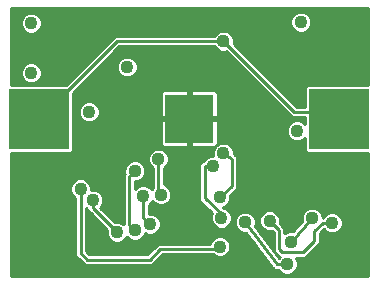
<source format=gbl>
G75*
G70*
%OFA0B0*%
%FSLAX24Y24*%
%IPPOS*%
%LPD*%
%AMOC8*
5,1,8,0,0,1.08239X$1,22.5*
%
%ADD10R,0.1600X0.1600*%
%ADD11R,0.2000X0.2000*%
%ADD12C,0.0440*%
%ADD13C,0.0100*%
%ADD14C,0.0436*%
D10*
X029080Y010289D03*
D11*
X024080Y010289D03*
X034080Y010289D03*
D12*
X030619Y010514D03*
X028060Y008939D03*
X027273Y008545D03*
X028139Y007758D03*
X030950Y006840D03*
X032470Y006183D03*
X032352Y005435D03*
X033179Y006970D03*
X027273Y006577D03*
X030226Y012876D03*
X029399Y013585D03*
D13*
X023128Y009159D02*
X023128Y005053D01*
X035032Y005053D01*
X035032Y009159D01*
X033026Y009159D01*
X032950Y009235D01*
X032950Y009659D01*
X032880Y009589D01*
X032752Y009536D01*
X032613Y009536D01*
X032485Y009589D01*
X032387Y009687D01*
X032334Y009814D01*
X032334Y009953D01*
X032387Y010081D01*
X032485Y010179D01*
X032613Y010232D01*
X032752Y010232D01*
X032880Y010179D01*
X032950Y010108D01*
X032950Y010334D01*
X032513Y010334D01*
X032408Y010439D01*
X030314Y012533D01*
X030295Y012526D01*
X030156Y012526D01*
X030028Y012579D01*
X029929Y012678D01*
X029921Y012696D01*
X026757Y012696D01*
X025210Y011149D01*
X025210Y009235D01*
X025134Y009159D01*
X023128Y009159D01*
X023128Y009119D02*
X027756Y009119D01*
X027764Y009137D02*
X027710Y009008D01*
X027710Y008869D01*
X027764Y008741D01*
X027862Y008642D01*
X027880Y008635D01*
X027880Y007994D01*
X027842Y007956D01*
X027831Y007928D01*
X027746Y008013D01*
X027618Y008066D01*
X027479Y008066D01*
X027351Y008013D01*
X027272Y007934D01*
X027272Y008195D01*
X027343Y008195D01*
X027471Y008248D01*
X027570Y008347D01*
X027623Y008476D01*
X027623Y008615D01*
X027570Y008743D01*
X027471Y008842D01*
X027343Y008895D01*
X027203Y008895D01*
X027075Y008842D01*
X026976Y008743D01*
X026923Y008615D01*
X026923Y008476D01*
X026931Y008457D01*
X026912Y008439D01*
X026912Y006761D01*
X026880Y006793D01*
X026752Y006846D01*
X026613Y006846D01*
X026596Y006839D01*
X026115Y007320D01*
X026167Y007372D01*
X026220Y007500D01*
X026220Y007638D01*
X026167Y007766D01*
X026069Y007864D01*
X025941Y007917D01*
X025810Y007917D01*
X025810Y008024D01*
X025757Y008152D01*
X025659Y008250D01*
X025531Y008303D01*
X025393Y008303D01*
X025265Y008250D01*
X025167Y008152D01*
X025114Y008024D01*
X025114Y007885D01*
X025167Y007757D01*
X025265Y007659D01*
X025282Y007652D01*
X025282Y005715D01*
X025387Y005609D01*
X025403Y005609D01*
X025495Y005518D01*
X025600Y005412D01*
X027836Y005412D01*
X028151Y005727D01*
X028190Y005767D01*
X029874Y005767D01*
X029910Y005730D01*
X030038Y005677D01*
X030177Y005677D01*
X030305Y005730D01*
X030403Y005828D01*
X030456Y005956D01*
X030456Y006095D01*
X030403Y006223D01*
X030305Y006321D01*
X030177Y006374D01*
X030038Y006374D01*
X029910Y006321D01*
X029813Y006223D01*
X029773Y006127D01*
X028041Y006127D01*
X027936Y006021D01*
X027896Y005982D01*
X027687Y005772D01*
X025749Y005772D01*
X025642Y005880D01*
X025642Y007306D01*
X025674Y007274D01*
X025691Y007267D01*
X025691Y007234D01*
X025797Y007129D01*
X026341Y006584D01*
X026334Y006567D01*
X026334Y006429D01*
X026387Y006301D01*
X026485Y006203D01*
X026613Y006150D01*
X026752Y006150D01*
X026880Y006203D01*
X026978Y006301D01*
X027000Y006355D01*
X027075Y006280D01*
X027203Y006227D01*
X027343Y006227D01*
X027471Y006280D01*
X027570Y006378D01*
X027608Y006470D01*
X027716Y006425D01*
X027854Y006425D01*
X027982Y006478D01*
X028080Y006576D01*
X028133Y006704D01*
X028133Y006843D01*
X028080Y006971D01*
X027982Y007069D01*
X027854Y007122D01*
X027729Y007122D01*
X027729Y007416D01*
X027746Y007423D01*
X027844Y007521D01*
X027855Y007547D01*
X027941Y007461D01*
X028070Y007408D01*
X028209Y007408D01*
X028337Y007461D01*
X028436Y007559D01*
X028489Y007688D01*
X028489Y007827D01*
X028436Y007956D01*
X028337Y008054D01*
X028240Y008095D01*
X028240Y008635D01*
X028259Y008642D01*
X028357Y008741D01*
X028410Y008869D01*
X028410Y009008D01*
X028357Y009137D01*
X028259Y009236D01*
X028130Y009289D01*
X027991Y009289D01*
X027862Y009236D01*
X027764Y009137D01*
X027844Y009218D02*
X025192Y009218D01*
X025210Y009316D02*
X029924Y009316D01*
X029931Y009333D02*
X029878Y009205D01*
X029878Y009066D01*
X029884Y009051D01*
X029802Y009051D01*
X029674Y008998D01*
X029576Y008900D01*
X029568Y008879D01*
X029521Y008879D01*
X029416Y008773D01*
X029416Y007709D01*
X029412Y007705D01*
X029416Y007635D01*
X029416Y007565D01*
X029420Y007561D01*
X029420Y007556D01*
X029472Y007509D01*
X029521Y007460D01*
X029527Y007460D01*
X029860Y007159D01*
X029811Y007040D01*
X029811Y006901D01*
X029864Y006773D01*
X029962Y006675D01*
X030090Y006622D01*
X030228Y006622D01*
X030356Y006675D01*
X030454Y006773D01*
X030507Y006901D01*
X030507Y007040D01*
X030454Y007168D01*
X030356Y007265D01*
X030228Y007318D01*
X030221Y007318D01*
X030197Y007339D01*
X030305Y007384D01*
X030403Y007482D01*
X030456Y007610D01*
X030456Y007748D01*
X030455Y007750D01*
X030570Y007853D01*
X030576Y007853D01*
X030625Y007903D01*
X030677Y007949D01*
X030677Y007955D01*
X030681Y007959D01*
X030681Y008029D01*
X030685Y008098D01*
X030681Y008102D01*
X030681Y008881D01*
X030691Y008895D01*
X030681Y008954D01*
X030681Y009013D01*
X030669Y009025D01*
X030667Y009042D01*
X030618Y009077D01*
X030576Y009119D01*
X030574Y009119D01*
X030574Y009205D01*
X030521Y009333D01*
X030423Y009431D01*
X030295Y009484D01*
X030157Y009484D01*
X030029Y009431D01*
X030007Y009409D01*
X030020Y009431D01*
X030030Y009469D01*
X030030Y010239D01*
X029130Y010239D01*
X029130Y009339D01*
X029900Y009339D01*
X029938Y009349D01*
X029960Y009362D01*
X029931Y009333D01*
X030010Y009415D02*
X030013Y009415D01*
X030030Y009513D02*
X032950Y009513D01*
X032950Y009415D02*
X030439Y009415D01*
X030528Y009316D02*
X032950Y009316D01*
X032968Y009218D02*
X030569Y009218D01*
X030574Y009119D02*
X035032Y009119D01*
X035032Y009021D02*
X030674Y009021D01*
X030687Y008922D02*
X035032Y008922D01*
X035032Y008824D02*
X030681Y008824D01*
X030681Y008725D02*
X035032Y008725D01*
X035032Y008627D02*
X030681Y008627D01*
X030681Y008528D02*
X035032Y008528D01*
X035032Y008430D02*
X030681Y008430D01*
X030681Y008331D02*
X035032Y008331D01*
X035032Y008233D02*
X030681Y008233D01*
X030681Y008134D02*
X035032Y008134D01*
X035032Y008036D02*
X030682Y008036D01*
X030664Y007937D02*
X035032Y007937D01*
X035032Y007839D02*
X030554Y007839D01*
X030456Y007740D02*
X035032Y007740D01*
X035032Y007642D02*
X030456Y007642D01*
X030428Y007543D02*
X035032Y007543D01*
X035032Y007445D02*
X030366Y007445D01*
X030214Y007346D02*
X035032Y007346D01*
X035032Y007248D02*
X033396Y007248D01*
X033377Y007267D02*
X033248Y007320D01*
X033109Y007320D01*
X032980Y007267D01*
X032882Y007169D01*
X032829Y007040D01*
X032829Y006901D01*
X032843Y006866D01*
X032542Y006532D01*
X032539Y006533D01*
X032400Y006533D01*
X032272Y006480D01*
X032256Y006464D01*
X032256Y006651D01*
X032151Y006757D01*
X032102Y006805D01*
X032109Y006822D01*
X032109Y006961D01*
X032056Y007089D01*
X031958Y007187D01*
X031830Y007240D01*
X031692Y007240D01*
X031564Y007187D01*
X031466Y007089D01*
X031413Y006961D01*
X031413Y006822D01*
X031466Y006694D01*
X031564Y006596D01*
X031692Y006543D01*
X031830Y006543D01*
X031848Y006551D01*
X031896Y006502D01*
X031896Y005872D01*
X032014Y005754D01*
X032095Y005673D01*
X032066Y005644D01*
X031274Y006707D01*
X031300Y006771D01*
X031300Y006910D01*
X031247Y007039D01*
X031148Y007137D01*
X031020Y007190D01*
X030881Y007190D01*
X030752Y007137D01*
X030653Y007039D01*
X030600Y006910D01*
X030600Y006771D01*
X030653Y006642D01*
X030752Y006544D01*
X030881Y006490D01*
X030986Y006490D01*
X031817Y005375D01*
X031817Y005360D01*
X031861Y005317D01*
X031898Y005268D01*
X031912Y005265D01*
X031923Y005255D01*
X031984Y005255D01*
X032045Y005246D01*
X032050Y005249D01*
X032055Y005237D01*
X032153Y005138D01*
X032282Y005085D01*
X032421Y005085D01*
X032550Y005138D01*
X032648Y005237D01*
X032702Y005365D01*
X032702Y005505D01*
X032648Y005633D01*
X032633Y005649D01*
X032938Y005649D01*
X033332Y006042D01*
X033437Y006148D01*
X033437Y006463D01*
X033571Y006597D01*
X033651Y006518D01*
X033779Y006465D01*
X033917Y006465D01*
X034045Y006518D01*
X034143Y006616D01*
X034196Y006744D01*
X034196Y006882D01*
X034143Y007010D01*
X034045Y007108D01*
X033917Y007161D01*
X033779Y007161D01*
X033651Y007108D01*
X033553Y007010D01*
X033546Y006993D01*
X033529Y006993D01*
X033529Y007040D01*
X033475Y007169D01*
X033377Y007267D01*
X033483Y007149D02*
X033750Y007149D01*
X033593Y007051D02*
X033524Y007051D01*
X033179Y006970D02*
X032470Y006183D01*
X031896Y006164D02*
X031678Y006164D01*
X031605Y006263D02*
X031896Y006263D01*
X031896Y006361D02*
X031532Y006361D01*
X031458Y006460D02*
X031896Y006460D01*
X032076Y006577D02*
X032076Y005947D01*
X032194Y005829D01*
X032864Y005829D01*
X033257Y006222D01*
X033257Y006537D01*
X033533Y006813D01*
X033848Y006813D01*
X034167Y006952D02*
X035032Y006952D01*
X035032Y006854D02*
X034196Y006854D01*
X034196Y006755D02*
X035032Y006755D01*
X035032Y006657D02*
X034160Y006657D01*
X034085Y006558D02*
X035032Y006558D01*
X035032Y006460D02*
X033437Y006460D01*
X033437Y006361D02*
X035032Y006361D01*
X035032Y006263D02*
X033437Y006263D01*
X033437Y006164D02*
X035032Y006164D01*
X035032Y006066D02*
X033355Y006066D01*
X033257Y005967D02*
X035032Y005967D01*
X035032Y005869D02*
X033158Y005869D01*
X033060Y005770D02*
X035032Y005770D01*
X035032Y005672D02*
X032961Y005672D01*
X032673Y005573D02*
X035032Y005573D01*
X035032Y005475D02*
X032702Y005475D01*
X032702Y005376D02*
X035032Y005376D01*
X035032Y005278D02*
X032665Y005278D01*
X032591Y005179D02*
X035032Y005179D01*
X035032Y005081D02*
X023128Y005081D01*
X023128Y005179D02*
X032112Y005179D01*
X031890Y005278D02*
X023128Y005278D01*
X023128Y005376D02*
X031817Y005376D01*
X031743Y005475D02*
X027898Y005475D01*
X027997Y005573D02*
X031670Y005573D01*
X031596Y005672D02*
X028095Y005672D01*
X028076Y005907D02*
X027761Y005592D01*
X025675Y005592D01*
X025462Y005805D01*
X025462Y005789D01*
X025462Y007955D01*
X025810Y007937D02*
X026912Y007937D01*
X026912Y007839D02*
X026094Y007839D01*
X026177Y007740D02*
X026912Y007740D01*
X026912Y007642D02*
X026218Y007642D01*
X026220Y007543D02*
X026912Y007543D01*
X026912Y007445D02*
X026197Y007445D01*
X026141Y007346D02*
X026912Y007346D01*
X026912Y007248D02*
X026187Y007248D01*
X026286Y007149D02*
X026912Y007149D01*
X026912Y007051D02*
X026384Y007051D01*
X026483Y006952D02*
X026912Y006952D01*
X026912Y006854D02*
X026581Y006854D01*
X026269Y006657D02*
X025642Y006657D01*
X025642Y006755D02*
X026171Y006755D01*
X026072Y006854D02*
X025642Y006854D01*
X025642Y006952D02*
X025974Y006952D01*
X025875Y007051D02*
X025642Y007051D01*
X025642Y007149D02*
X025777Y007149D01*
X025691Y007248D02*
X025642Y007248D01*
X025871Y007309D02*
X025871Y007569D01*
X025871Y007309D02*
X026682Y006498D01*
X026362Y006361D02*
X025642Y006361D01*
X025642Y006263D02*
X026425Y006263D01*
X026578Y006164D02*
X025642Y006164D01*
X025642Y006066D02*
X027980Y006066D01*
X027881Y005967D02*
X025642Y005967D01*
X025653Y005869D02*
X027783Y005869D01*
X028076Y005907D02*
X028116Y005947D01*
X030029Y005947D01*
X030108Y006025D01*
X030427Y006164D02*
X031230Y006164D01*
X031303Y006066D02*
X030456Y006066D01*
X030456Y005967D02*
X031376Y005967D01*
X031450Y005869D02*
X030420Y005869D01*
X030345Y005770D02*
X031523Y005770D01*
X031825Y005967D02*
X031896Y005967D01*
X031899Y005869D02*
X031900Y005869D01*
X031972Y005770D02*
X031998Y005770D01*
X032045Y005672D02*
X032094Y005672D01*
X031997Y005435D02*
X032352Y005435D01*
X031997Y005435D02*
X030950Y006840D01*
X030600Y006854D02*
X030487Y006854D01*
X030507Y006952D02*
X030618Y006952D01*
X030666Y007051D02*
X030502Y007051D01*
X030462Y007149D02*
X030781Y007149D01*
X031119Y007149D02*
X031527Y007149D01*
X031450Y007051D02*
X031235Y007051D01*
X031283Y006952D02*
X031413Y006952D01*
X031413Y006854D02*
X031300Y006854D01*
X031294Y006755D02*
X031441Y006755D01*
X031504Y006657D02*
X031312Y006657D01*
X031385Y006558D02*
X031656Y006558D01*
X031761Y006892D02*
X032076Y006577D01*
X032256Y006558D02*
X032565Y006558D01*
X032654Y006657D02*
X032251Y006657D01*
X032152Y006755D02*
X032743Y006755D01*
X032831Y006854D02*
X032109Y006854D01*
X032109Y006952D02*
X032829Y006952D01*
X032833Y007051D02*
X032072Y007051D01*
X031996Y007149D02*
X032874Y007149D01*
X032961Y007248D02*
X030374Y007248D01*
X030159Y007132D02*
X030159Y006970D01*
X030159Y007132D02*
X029596Y007640D01*
X029596Y008699D01*
X029871Y008699D01*
X029871Y008703D01*
X029466Y008824D02*
X028392Y008824D01*
X028410Y008922D02*
X029599Y008922D01*
X029730Y009021D02*
X028405Y009021D01*
X028365Y009119D02*
X029878Y009119D01*
X029883Y009218D02*
X028276Y009218D01*
X028260Y009339D02*
X029030Y009339D01*
X029030Y010239D01*
X029130Y010239D01*
X029130Y010339D01*
X030030Y010339D01*
X030030Y011109D01*
X030020Y011147D01*
X030000Y011181D01*
X029972Y011209D01*
X029938Y011229D01*
X029900Y011239D01*
X029130Y011239D01*
X029130Y010339D01*
X029030Y010339D01*
X029030Y010239D01*
X028130Y010239D01*
X028130Y009469D01*
X028140Y009431D01*
X028160Y009397D01*
X028188Y009369D01*
X028222Y009349D01*
X028260Y009339D01*
X028150Y009415D02*
X025210Y009415D01*
X025210Y009513D02*
X028130Y009513D01*
X028130Y009612D02*
X025210Y009612D01*
X025210Y009710D02*
X028130Y009710D01*
X028130Y009809D02*
X025210Y009809D01*
X025210Y009907D02*
X028130Y009907D01*
X028130Y010006D02*
X025210Y010006D01*
X025210Y010104D02*
X028130Y010104D01*
X028130Y010203D02*
X025912Y010203D01*
X025951Y010219D02*
X025823Y010166D01*
X025684Y010166D01*
X025556Y010219D01*
X025458Y010316D01*
X025405Y010444D01*
X025405Y010583D01*
X025458Y010711D01*
X025556Y010809D01*
X025684Y010862D01*
X025823Y010862D01*
X025951Y010809D01*
X026048Y010711D01*
X026101Y010583D01*
X026101Y010444D01*
X026048Y010316D01*
X025951Y010219D01*
X026033Y010301D02*
X029030Y010301D01*
X029030Y010339D02*
X028130Y010339D01*
X028130Y011109D01*
X028140Y011147D01*
X028160Y011181D01*
X028188Y011209D01*
X028222Y011229D01*
X028260Y011239D01*
X029030Y011239D01*
X029030Y010339D01*
X029030Y010400D02*
X029130Y010400D01*
X029130Y010498D02*
X029030Y010498D01*
X029030Y010597D02*
X029130Y010597D01*
X029130Y010695D02*
X029030Y010695D01*
X029030Y010794D02*
X029130Y010794D01*
X029130Y010892D02*
X029030Y010892D01*
X029030Y010991D02*
X029130Y010991D01*
X029130Y011089D02*
X029030Y011089D01*
X029030Y011188D02*
X029130Y011188D01*
X029994Y011188D02*
X031659Y011188D01*
X031561Y011286D02*
X025347Y011286D01*
X025249Y011188D02*
X028166Y011188D01*
X028130Y011089D02*
X025210Y011089D01*
X025210Y010991D02*
X028130Y010991D01*
X028130Y010892D02*
X025210Y010892D01*
X025210Y010794D02*
X025541Y010794D01*
X025452Y010695D02*
X025210Y010695D01*
X025210Y010597D02*
X025411Y010597D01*
X025405Y010498D02*
X025210Y010498D01*
X025210Y010400D02*
X025424Y010400D01*
X025473Y010301D02*
X025210Y010301D01*
X025210Y010203D02*
X025594Y010203D01*
X026083Y010400D02*
X028130Y010400D01*
X028130Y010498D02*
X026101Y010498D01*
X026096Y010597D02*
X028130Y010597D01*
X028130Y010695D02*
X026055Y010695D01*
X025966Y010794D02*
X028130Y010794D01*
X029130Y010301D02*
X032950Y010301D01*
X032950Y010203D02*
X032822Y010203D01*
X032543Y010203D02*
X030030Y010203D01*
X030030Y010104D02*
X032411Y010104D01*
X032356Y010006D02*
X030030Y010006D01*
X030030Y009907D02*
X032334Y009907D01*
X032337Y009809D02*
X030030Y009809D01*
X030030Y009710D02*
X032378Y009710D01*
X032462Y009612D02*
X030030Y009612D01*
X029130Y009612D02*
X029030Y009612D01*
X029030Y009710D02*
X029130Y009710D01*
X029130Y009809D02*
X029030Y009809D01*
X029030Y009907D02*
X029130Y009907D01*
X029130Y010006D02*
X029030Y010006D01*
X029030Y010104D02*
X029130Y010104D01*
X029130Y010203D02*
X029030Y010203D01*
X030030Y010400D02*
X032447Y010400D01*
X032349Y010498D02*
X030030Y010498D01*
X030030Y010597D02*
X032250Y010597D01*
X032152Y010695D02*
X030030Y010695D01*
X030030Y010794D02*
X032053Y010794D01*
X031955Y010892D02*
X030030Y010892D01*
X030030Y010991D02*
X031856Y010991D01*
X031758Y011089D02*
X030030Y011089D01*
X031364Y011483D02*
X025544Y011483D01*
X025446Y011385D02*
X031462Y011385D01*
X031265Y011582D02*
X025643Y011582D01*
X025741Y011680D02*
X026899Y011680D01*
X026944Y011662D02*
X026816Y011715D01*
X026718Y011813D01*
X026665Y011940D01*
X026665Y012079D01*
X026718Y012207D01*
X026816Y012305D01*
X026944Y012358D01*
X027082Y012358D01*
X027210Y012305D01*
X027308Y012207D01*
X027361Y012079D01*
X027361Y011940D01*
X027308Y011813D01*
X027210Y011715D01*
X027082Y011662D01*
X026944Y011662D01*
X027127Y011680D02*
X031167Y011680D01*
X031068Y011779D02*
X027275Y011779D01*
X027335Y011877D02*
X030970Y011877D01*
X030871Y011976D02*
X027361Y011976D01*
X027361Y012074D02*
X030773Y012074D01*
X030674Y012173D02*
X027322Y012173D01*
X027244Y012271D02*
X030576Y012271D01*
X030477Y012370D02*
X026431Y012370D01*
X026529Y012468D02*
X030379Y012468D01*
X030057Y012567D02*
X026628Y012567D01*
X026726Y012665D02*
X029941Y012665D01*
X030226Y012876D02*
X026682Y012876D01*
X024320Y010514D01*
X024080Y010289D01*
X023893Y011465D02*
X024021Y011518D01*
X024119Y011616D01*
X024172Y011744D01*
X024172Y011882D01*
X024119Y012010D01*
X024021Y012108D01*
X023893Y012161D01*
X023755Y012161D01*
X023627Y012108D01*
X023529Y012010D01*
X023476Y011882D01*
X023476Y011744D01*
X023529Y011616D01*
X023627Y011518D01*
X023755Y011465D01*
X023893Y011465D01*
X023938Y011483D02*
X025035Y011483D01*
X024971Y011419D02*
X026502Y012950D01*
X026608Y013056D01*
X029921Y013056D01*
X029929Y013074D01*
X030028Y013173D01*
X030156Y013226D01*
X030295Y013226D01*
X030424Y013173D01*
X030522Y013074D01*
X030576Y012945D01*
X030576Y012806D01*
X030568Y012788D01*
X032663Y010694D01*
X032950Y010694D01*
X032950Y011343D01*
X033026Y011419D01*
X035032Y011419D01*
X035032Y013966D01*
X023128Y013966D01*
X023128Y011419D01*
X024971Y011419D01*
X025134Y011582D02*
X024085Y011582D01*
X024146Y011680D02*
X025232Y011680D01*
X025331Y011779D02*
X024172Y011779D01*
X024172Y011877D02*
X025429Y011877D01*
X025528Y011976D02*
X024134Y011976D01*
X024055Y012074D02*
X025626Y012074D01*
X025725Y012173D02*
X023128Y012173D01*
X023128Y012271D02*
X025823Y012271D01*
X025922Y012370D02*
X023128Y012370D01*
X023128Y012468D02*
X026020Y012468D01*
X026119Y012567D02*
X023128Y012567D01*
X023128Y012665D02*
X026217Y012665D01*
X026316Y012764D02*
X023128Y012764D01*
X023128Y012862D02*
X026414Y012862D01*
X026513Y012961D02*
X023128Y012961D01*
X023128Y013059D02*
X029923Y013059D01*
X030013Y013158D02*
X023989Y013158D01*
X024021Y013171D02*
X024119Y013269D01*
X024172Y013397D01*
X024172Y013536D01*
X024119Y013664D01*
X024021Y013762D01*
X023893Y013815D01*
X023755Y013815D01*
X023627Y013762D01*
X023529Y013664D01*
X023476Y013536D01*
X023476Y013397D01*
X023529Y013269D01*
X023627Y013171D01*
X023755Y013118D01*
X023893Y013118D01*
X024021Y013171D01*
X024106Y013256D02*
X032558Y013256D01*
X032603Y013211D02*
X032731Y013158D01*
X030439Y013158D01*
X030529Y013059D02*
X035032Y013059D01*
X035032Y012961D02*
X030569Y012961D01*
X030576Y012862D02*
X035032Y012862D01*
X035032Y012764D02*
X030592Y012764D01*
X030691Y012665D02*
X035032Y012665D01*
X035032Y012567D02*
X030789Y012567D01*
X030888Y012468D02*
X035032Y012468D01*
X035032Y012370D02*
X030986Y012370D01*
X031085Y012271D02*
X035032Y012271D01*
X035032Y012173D02*
X031183Y012173D01*
X031282Y012074D02*
X035032Y012074D01*
X035032Y011976D02*
X031380Y011976D01*
X031479Y011877D02*
X035032Y011877D01*
X035032Y011779D02*
X031577Y011779D01*
X031676Y011680D02*
X035032Y011680D01*
X035032Y011582D02*
X031774Y011582D01*
X031873Y011483D02*
X035032Y011483D01*
X032992Y011385D02*
X031971Y011385D01*
X032070Y011286D02*
X032950Y011286D01*
X032950Y011188D02*
X032168Y011188D01*
X032267Y011089D02*
X032950Y011089D01*
X032950Y010991D02*
X032365Y010991D01*
X032464Y010892D02*
X032950Y010892D01*
X032950Y010794D02*
X032562Y010794D01*
X032661Y010695D02*
X032950Y010695D01*
X032588Y010514D02*
X033769Y010514D01*
X034080Y010289D01*
X032588Y010514D02*
X030226Y012876D01*
X032452Y013437D02*
X032452Y013575D01*
X032505Y013703D01*
X032603Y013801D01*
X032731Y013854D01*
X032870Y013854D01*
X032998Y013801D01*
X033096Y013703D01*
X033149Y013575D01*
X033149Y013437D01*
X033096Y013309D01*
X032998Y013211D01*
X032870Y013158D01*
X035032Y013158D01*
X035032Y013256D02*
X033043Y013256D01*
X033115Y013355D02*
X035032Y013355D01*
X035032Y013453D02*
X033149Y013453D01*
X033149Y013552D02*
X035032Y013552D01*
X035032Y013650D02*
X033118Y013650D01*
X033050Y013749D02*
X035032Y013749D01*
X035032Y013847D02*
X032886Y013847D01*
X032715Y013847D02*
X023128Y013847D01*
X023128Y013749D02*
X023614Y013749D01*
X023524Y013650D02*
X023128Y013650D01*
X023128Y013552D02*
X023483Y013552D01*
X023476Y013453D02*
X023128Y013453D01*
X023128Y013355D02*
X023494Y013355D01*
X023542Y013256D02*
X023128Y013256D01*
X023128Y013158D02*
X023660Y013158D01*
X024155Y013355D02*
X032486Y013355D01*
X032505Y013309D02*
X032603Y013211D01*
X032505Y013309D02*
X032452Y013437D01*
X032452Y013453D02*
X024172Y013453D01*
X024166Y013552D02*
X032452Y013552D01*
X032484Y013650D02*
X024125Y013650D01*
X024034Y013749D02*
X032551Y013749D01*
X032731Y013158D02*
X032870Y013158D01*
X035032Y013946D02*
X023128Y013946D01*
X026332Y012271D02*
X026782Y012271D01*
X026704Y012173D02*
X026234Y012173D01*
X026135Y012074D02*
X026665Y012074D01*
X026665Y011976D02*
X026037Y011976D01*
X025938Y011877D02*
X026691Y011877D01*
X026752Y011779D02*
X025840Y011779D01*
X023710Y011483D02*
X023128Y011483D01*
X023128Y011582D02*
X023563Y011582D01*
X023502Y011680D02*
X023128Y011680D01*
X023128Y011779D02*
X023476Y011779D01*
X023476Y011877D02*
X023128Y011877D01*
X023128Y011976D02*
X023515Y011976D01*
X023593Y012074D02*
X023128Y012074D01*
X029030Y009513D02*
X029130Y009513D01*
X029130Y009415D02*
X029030Y009415D01*
X028060Y008939D02*
X028060Y007836D01*
X028139Y007758D01*
X028489Y007740D02*
X029416Y007740D01*
X029416Y007642D02*
X028470Y007642D01*
X028420Y007543D02*
X029434Y007543D01*
X029543Y007445D02*
X028298Y007445D01*
X027980Y007445D02*
X027767Y007445D01*
X027729Y007346D02*
X029652Y007346D01*
X029762Y007248D02*
X027729Y007248D01*
X027729Y007149D02*
X029856Y007149D01*
X029815Y007051D02*
X028000Y007051D01*
X028088Y006952D02*
X029811Y006952D01*
X029830Y006854D02*
X028128Y006854D01*
X028133Y006755D02*
X029882Y006755D01*
X030006Y006657D02*
X028113Y006657D01*
X028062Y006558D02*
X030737Y006558D01*
X030647Y006657D02*
X030311Y006657D01*
X030436Y006755D02*
X030607Y006755D01*
X031009Y006460D02*
X027937Y006460D01*
X027633Y006460D02*
X027603Y006460D01*
X027553Y006361D02*
X030009Y006361D01*
X029853Y006263D02*
X027430Y006263D01*
X027116Y006263D02*
X026940Y006263D01*
X026787Y006164D02*
X029788Y006164D01*
X030207Y006361D02*
X031083Y006361D01*
X031156Y006263D02*
X030363Y006263D01*
X031752Y006066D02*
X031896Y006066D01*
X033533Y006558D02*
X033610Y006558D01*
X033945Y007149D02*
X035032Y007149D01*
X035032Y007051D02*
X034102Y007051D01*
X030501Y008033D02*
X030108Y007679D01*
X029416Y007839D02*
X028484Y007839D01*
X028444Y007937D02*
X029416Y007937D01*
X029416Y008036D02*
X028356Y008036D01*
X028240Y008134D02*
X029416Y008134D01*
X029416Y008233D02*
X028240Y008233D01*
X028240Y008331D02*
X029416Y008331D01*
X029416Y008430D02*
X028240Y008430D01*
X028240Y008528D02*
X029416Y008528D01*
X029416Y008627D02*
X028240Y008627D01*
X028342Y008725D02*
X029416Y008725D01*
X030226Y009136D02*
X030501Y008939D01*
X030501Y008033D01*
X027880Y008036D02*
X027692Y008036D01*
X027822Y007937D02*
X027835Y007937D01*
X027880Y008134D02*
X027272Y008134D01*
X027272Y008036D02*
X027405Y008036D01*
X027275Y007937D02*
X027272Y007937D01*
X026912Y008036D02*
X025805Y008036D01*
X025764Y008134D02*
X026912Y008134D01*
X026912Y008233D02*
X025676Y008233D01*
X025248Y008233D02*
X023128Y008233D01*
X023128Y008331D02*
X026912Y008331D01*
X026912Y008430D02*
X023128Y008430D01*
X023128Y008528D02*
X026923Y008528D01*
X026928Y008627D02*
X023128Y008627D01*
X023128Y008725D02*
X026969Y008725D01*
X027057Y008824D02*
X023128Y008824D01*
X023128Y008922D02*
X027710Y008922D01*
X027716Y009021D02*
X023128Y009021D01*
X023128Y008134D02*
X025160Y008134D01*
X025119Y008036D02*
X023128Y008036D01*
X023128Y007937D02*
X025114Y007937D01*
X025133Y007839D02*
X023128Y007839D01*
X023128Y007740D02*
X025184Y007740D01*
X025282Y007642D02*
X023128Y007642D01*
X023128Y007543D02*
X025282Y007543D01*
X025282Y007445D02*
X023128Y007445D01*
X023128Y007346D02*
X025282Y007346D01*
X025282Y007248D02*
X023128Y007248D01*
X023128Y007149D02*
X025282Y007149D01*
X025282Y007051D02*
X023128Y007051D01*
X023128Y006952D02*
X025282Y006952D01*
X025282Y006854D02*
X023128Y006854D01*
X023128Y006755D02*
X025282Y006755D01*
X025282Y006657D02*
X023128Y006657D01*
X023128Y006558D02*
X025282Y006558D01*
X025282Y006460D02*
X023128Y006460D01*
X023128Y006361D02*
X025282Y006361D01*
X025282Y006263D02*
X023128Y006263D01*
X023128Y006164D02*
X025282Y006164D01*
X025282Y006066D02*
X023128Y006066D01*
X023128Y005967D02*
X025282Y005967D01*
X025282Y005869D02*
X023128Y005869D01*
X023128Y005770D02*
X025282Y005770D01*
X025325Y005672D02*
X023128Y005672D01*
X023128Y005573D02*
X025439Y005573D01*
X025538Y005475D02*
X023128Y005475D01*
X025642Y006460D02*
X026334Y006460D01*
X026334Y006558D02*
X025642Y006558D01*
X027092Y006758D02*
X027273Y006577D01*
X027092Y006758D02*
X027092Y006931D01*
X027092Y008364D01*
X027273Y008545D01*
X027623Y008528D02*
X027880Y008528D01*
X027880Y008430D02*
X027604Y008430D01*
X027554Y008331D02*
X027880Y008331D01*
X027880Y008233D02*
X027433Y008233D01*
X027618Y008627D02*
X027880Y008627D01*
X027779Y008725D02*
X027577Y008725D01*
X027489Y008824D02*
X027729Y008824D01*
X027549Y007718D02*
X027549Y006970D01*
X027785Y006773D01*
X027853Y007543D02*
X027859Y007543D01*
X032903Y009612D02*
X032950Y009612D01*
D14*
X032682Y009884D03*
X030596Y009648D03*
X030226Y009136D03*
X029871Y008703D03*
X028982Y008191D03*
X030108Y007679D03*
X030159Y006970D03*
X031761Y006892D03*
X033848Y006813D03*
X030108Y006025D03*
X027785Y006773D03*
X026682Y006498D03*
X025871Y007569D03*
X025462Y007955D03*
X027549Y007718D03*
X024848Y005317D03*
X025753Y010514D03*
X023824Y011813D03*
X027013Y012010D03*
X023824Y013466D03*
X032801Y013506D03*
M02*

</source>
